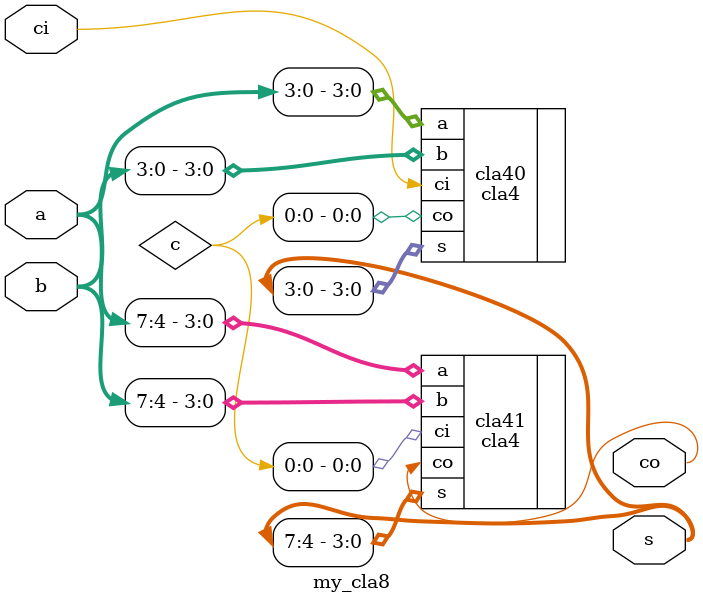
<source format=v>
module my_cla8(a, b, ci, co, s);

	input[7:0] a, b; // 32bit input bus ports
	input ci; // input port

	output co; // output port
	output[7:0] s; // 32bit output bus ports

	wire[6:0] c; // 7bit wire

	cla4 cla40(.a(a[3:0]), .b(b[3:0]), .ci(ci), .s(s[3:0]), .co(c[0])); // Instantiate 4bit Carry Look-ahead adder 'cla40'
	cla4 cla41(.a(a[7:4]), .b(b[7:4]), .ci(c[0]), .s(s[7:4]), .co(co)); // Instantiate 4bit Carry Look-ahead adder 'cla41'

endmodule

</source>
